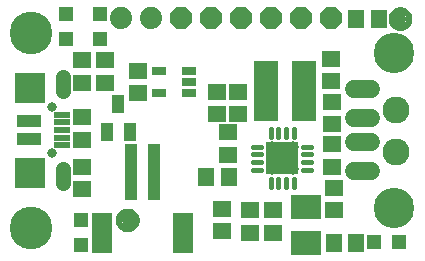
<source format=gbr>
G04 EAGLE Gerber RS-274X export*
G75*
%MOMM*%
%FSLAX34Y34*%
%LPD*%
%INSoldermask Top*%
%IPPOS*%
%AMOC8*
5,1,8,0,0,1.08239X$1,22.5*%
G01*
%ADD10R,2.801600X2.801600*%
%ADD11C,0.451600*%
%ADD12C,1.009600*%
%ADD13R,2.101600X5.101600*%
%ADD14R,1.601600X1.401600*%
%ADD15R,1.101600X4.701600*%
%ADD16R,1.701600X3.501600*%
%ADD17C,1.101600*%
%ADD18C,0.500000*%
%ADD19C,3.617600*%
%ADD20C,2.286000*%
%ADD21R,1.401600X1.601600*%
%ADD22C,1.559600*%
%ADD23C,3.417600*%
%ADD24R,1.301600X1.301600*%
%ADD25R,2.601600X2.051600*%
%ADD26P,2.034460X8X112.500000*%
%ADD27R,1.101600X1.501600*%
%ADD28R,1.301600X0.651600*%
%ADD29C,0.801600*%
%ADD30R,2.601600X2.601600*%
%ADD31C,1.309600*%
%ADD32R,2.101600X1.101600*%
%ADD33R,1.450000X0.500000*%
%ADD34C,1.879600*%


D10*
X237630Y84280D03*
D11*
X255130Y74530D02*
X262130Y74530D01*
X262130Y81030D02*
X255130Y81030D01*
X255130Y87530D02*
X262130Y87530D01*
X262130Y94030D02*
X255130Y94030D01*
X247380Y101780D02*
X247380Y108780D01*
X240880Y108780D02*
X240880Y101780D01*
X234380Y101780D02*
X234380Y108780D01*
X227880Y108780D02*
X227880Y101780D01*
X220130Y94030D02*
X213130Y94030D01*
X213130Y87530D02*
X220130Y87530D01*
X220130Y81030D02*
X213130Y81030D01*
X213130Y74530D02*
X220130Y74530D01*
X227880Y66780D02*
X227880Y59780D01*
X234380Y59780D02*
X234380Y66780D01*
X240880Y66780D02*
X240880Y59780D01*
X247380Y59780D02*
X247380Y66780D01*
D12*
X237630Y84280D03*
X246630Y75280D03*
X228630Y75280D03*
X228630Y93280D03*
X246630Y93280D03*
D13*
X224210Y141260D03*
X256210Y141260D03*
D14*
X182880Y140310D03*
X182880Y121310D03*
D15*
X129380Y72560D03*
X109380Y72560D03*
D16*
X153380Y20560D03*
X85380Y20560D03*
D14*
X281940Y59030D03*
X281940Y40030D03*
D17*
X106910Y31510D03*
D18*
X106910Y39010D02*
X106729Y39008D01*
X106548Y39001D01*
X106367Y38990D01*
X106186Y38975D01*
X106006Y38955D01*
X105826Y38931D01*
X105647Y38903D01*
X105469Y38870D01*
X105292Y38833D01*
X105115Y38792D01*
X104940Y38747D01*
X104765Y38697D01*
X104592Y38643D01*
X104421Y38585D01*
X104250Y38523D01*
X104082Y38456D01*
X103915Y38386D01*
X103749Y38312D01*
X103586Y38233D01*
X103425Y38151D01*
X103265Y38065D01*
X103108Y37975D01*
X102953Y37881D01*
X102800Y37784D01*
X102650Y37682D01*
X102502Y37578D01*
X102356Y37469D01*
X102214Y37358D01*
X102074Y37242D01*
X101937Y37124D01*
X101802Y37002D01*
X101671Y36877D01*
X101543Y36749D01*
X101418Y36618D01*
X101296Y36483D01*
X101178Y36346D01*
X101062Y36206D01*
X100951Y36064D01*
X100842Y35918D01*
X100738Y35770D01*
X100636Y35620D01*
X100539Y35467D01*
X100445Y35312D01*
X100355Y35155D01*
X100269Y34995D01*
X100187Y34834D01*
X100108Y34671D01*
X100034Y34505D01*
X99964Y34338D01*
X99897Y34170D01*
X99835Y33999D01*
X99777Y33828D01*
X99723Y33655D01*
X99673Y33480D01*
X99628Y33305D01*
X99587Y33128D01*
X99550Y32951D01*
X99517Y32773D01*
X99489Y32594D01*
X99465Y32414D01*
X99445Y32234D01*
X99430Y32053D01*
X99419Y31872D01*
X99412Y31691D01*
X99410Y31510D01*
X106910Y39010D02*
X107091Y39008D01*
X107272Y39001D01*
X107453Y38990D01*
X107634Y38975D01*
X107814Y38955D01*
X107994Y38931D01*
X108173Y38903D01*
X108351Y38870D01*
X108528Y38833D01*
X108705Y38792D01*
X108880Y38747D01*
X109055Y38697D01*
X109228Y38643D01*
X109399Y38585D01*
X109570Y38523D01*
X109738Y38456D01*
X109905Y38386D01*
X110071Y38312D01*
X110234Y38233D01*
X110395Y38151D01*
X110555Y38065D01*
X110712Y37975D01*
X110867Y37881D01*
X111020Y37784D01*
X111170Y37682D01*
X111318Y37578D01*
X111464Y37469D01*
X111606Y37358D01*
X111746Y37242D01*
X111883Y37124D01*
X112018Y37002D01*
X112149Y36877D01*
X112277Y36749D01*
X112402Y36618D01*
X112524Y36483D01*
X112642Y36346D01*
X112758Y36206D01*
X112869Y36064D01*
X112978Y35918D01*
X113082Y35770D01*
X113184Y35620D01*
X113281Y35467D01*
X113375Y35312D01*
X113465Y35155D01*
X113551Y34995D01*
X113633Y34834D01*
X113712Y34671D01*
X113786Y34505D01*
X113856Y34338D01*
X113923Y34170D01*
X113985Y33999D01*
X114043Y33828D01*
X114097Y33655D01*
X114147Y33480D01*
X114192Y33305D01*
X114233Y33128D01*
X114270Y32951D01*
X114303Y32773D01*
X114331Y32594D01*
X114355Y32414D01*
X114375Y32234D01*
X114390Y32053D01*
X114401Y31872D01*
X114408Y31691D01*
X114410Y31510D01*
X114408Y31329D01*
X114401Y31148D01*
X114390Y30967D01*
X114375Y30786D01*
X114355Y30606D01*
X114331Y30426D01*
X114303Y30247D01*
X114270Y30069D01*
X114233Y29892D01*
X114192Y29715D01*
X114147Y29540D01*
X114097Y29365D01*
X114043Y29192D01*
X113985Y29021D01*
X113923Y28850D01*
X113856Y28682D01*
X113786Y28515D01*
X113712Y28349D01*
X113633Y28186D01*
X113551Y28025D01*
X113465Y27865D01*
X113375Y27708D01*
X113281Y27553D01*
X113184Y27400D01*
X113082Y27250D01*
X112978Y27102D01*
X112869Y26956D01*
X112758Y26814D01*
X112642Y26674D01*
X112524Y26537D01*
X112402Y26402D01*
X112277Y26271D01*
X112149Y26143D01*
X112018Y26018D01*
X111883Y25896D01*
X111746Y25778D01*
X111606Y25662D01*
X111464Y25551D01*
X111318Y25442D01*
X111170Y25338D01*
X111020Y25236D01*
X110867Y25139D01*
X110712Y25045D01*
X110555Y24955D01*
X110395Y24869D01*
X110234Y24787D01*
X110071Y24708D01*
X109905Y24634D01*
X109738Y24564D01*
X109570Y24497D01*
X109399Y24435D01*
X109228Y24377D01*
X109055Y24323D01*
X108880Y24273D01*
X108705Y24228D01*
X108528Y24187D01*
X108351Y24150D01*
X108173Y24117D01*
X107994Y24089D01*
X107814Y24065D01*
X107634Y24045D01*
X107453Y24030D01*
X107272Y24019D01*
X107091Y24012D01*
X106910Y24010D01*
X106729Y24012D01*
X106548Y24019D01*
X106367Y24030D01*
X106186Y24045D01*
X106006Y24065D01*
X105826Y24089D01*
X105647Y24117D01*
X105469Y24150D01*
X105292Y24187D01*
X105115Y24228D01*
X104940Y24273D01*
X104765Y24323D01*
X104592Y24377D01*
X104421Y24435D01*
X104250Y24497D01*
X104082Y24564D01*
X103915Y24634D01*
X103749Y24708D01*
X103586Y24787D01*
X103425Y24869D01*
X103265Y24955D01*
X103108Y25045D01*
X102953Y25139D01*
X102800Y25236D01*
X102650Y25338D01*
X102502Y25442D01*
X102356Y25551D01*
X102214Y25662D01*
X102074Y25778D01*
X101937Y25896D01*
X101802Y26018D01*
X101671Y26143D01*
X101543Y26271D01*
X101418Y26402D01*
X101296Y26537D01*
X101178Y26674D01*
X101062Y26814D01*
X100951Y26956D01*
X100842Y27102D01*
X100738Y27250D01*
X100636Y27400D01*
X100539Y27553D01*
X100445Y27708D01*
X100355Y27865D01*
X100269Y28025D01*
X100187Y28186D01*
X100108Y28349D01*
X100034Y28515D01*
X99964Y28682D01*
X99897Y28850D01*
X99835Y29021D01*
X99777Y29192D01*
X99723Y29365D01*
X99673Y29540D01*
X99628Y29715D01*
X99587Y29892D01*
X99550Y30069D01*
X99517Y30247D01*
X99489Y30426D01*
X99465Y30606D01*
X99445Y30786D01*
X99430Y30967D01*
X99419Y31148D01*
X99412Y31329D01*
X99410Y31510D01*
D19*
X25400Y190500D03*
X25400Y25400D03*
D20*
X334010Y124680D03*
X334010Y89680D03*
D14*
X279900Y95870D03*
X279900Y76870D03*
X279720Y113030D03*
X279720Y132030D03*
D21*
X319380Y201930D03*
X300380Y201930D03*
D14*
X279400Y168250D03*
X279400Y149250D03*
D22*
X298350Y97950D02*
X312930Y97950D01*
X312930Y117950D02*
X298350Y117950D01*
X298350Y72950D02*
X312930Y72950D01*
X312930Y142950D02*
X298350Y142950D01*
D23*
X332740Y42250D03*
X332740Y173650D03*
D24*
X315210Y13650D03*
X336210Y13650D03*
D21*
X300330Y12700D03*
X281330Y12700D03*
D14*
X186360Y22240D03*
X186360Y41240D03*
X200660Y140310D03*
X200660Y121310D03*
X229870Y39980D03*
X229870Y20980D03*
X210820Y39980D03*
X210820Y20980D03*
X191770Y106020D03*
X191770Y87020D03*
D21*
X192380Y68580D03*
X173380Y68580D03*
D25*
X257810Y43190D03*
X257810Y12690D03*
D26*
X152400Y203200D03*
X177800Y203200D03*
X203200Y203200D03*
X228600Y203200D03*
X254000Y203200D03*
X279400Y203200D03*
D24*
X67310Y11090D03*
X67310Y32090D03*
D14*
X68580Y57810D03*
X68580Y76810D03*
D27*
X99060Y130110D03*
X108560Y106110D03*
X89560Y106110D03*
D17*
X337820Y201930D03*
D18*
X337820Y209430D02*
X337639Y209428D01*
X337458Y209421D01*
X337277Y209410D01*
X337096Y209395D01*
X336916Y209375D01*
X336736Y209351D01*
X336557Y209323D01*
X336379Y209290D01*
X336202Y209253D01*
X336025Y209212D01*
X335850Y209167D01*
X335675Y209117D01*
X335502Y209063D01*
X335331Y209005D01*
X335160Y208943D01*
X334992Y208876D01*
X334825Y208806D01*
X334659Y208732D01*
X334496Y208653D01*
X334335Y208571D01*
X334175Y208485D01*
X334018Y208395D01*
X333863Y208301D01*
X333710Y208204D01*
X333560Y208102D01*
X333412Y207998D01*
X333266Y207889D01*
X333124Y207778D01*
X332984Y207662D01*
X332847Y207544D01*
X332712Y207422D01*
X332581Y207297D01*
X332453Y207169D01*
X332328Y207038D01*
X332206Y206903D01*
X332088Y206766D01*
X331972Y206626D01*
X331861Y206484D01*
X331752Y206338D01*
X331648Y206190D01*
X331546Y206040D01*
X331449Y205887D01*
X331355Y205732D01*
X331265Y205575D01*
X331179Y205415D01*
X331097Y205254D01*
X331018Y205091D01*
X330944Y204925D01*
X330874Y204758D01*
X330807Y204590D01*
X330745Y204419D01*
X330687Y204248D01*
X330633Y204075D01*
X330583Y203900D01*
X330538Y203725D01*
X330497Y203548D01*
X330460Y203371D01*
X330427Y203193D01*
X330399Y203014D01*
X330375Y202834D01*
X330355Y202654D01*
X330340Y202473D01*
X330329Y202292D01*
X330322Y202111D01*
X330320Y201930D01*
X337820Y209430D02*
X338001Y209428D01*
X338182Y209421D01*
X338363Y209410D01*
X338544Y209395D01*
X338724Y209375D01*
X338904Y209351D01*
X339083Y209323D01*
X339261Y209290D01*
X339438Y209253D01*
X339615Y209212D01*
X339790Y209167D01*
X339965Y209117D01*
X340138Y209063D01*
X340309Y209005D01*
X340480Y208943D01*
X340648Y208876D01*
X340815Y208806D01*
X340981Y208732D01*
X341144Y208653D01*
X341305Y208571D01*
X341465Y208485D01*
X341622Y208395D01*
X341777Y208301D01*
X341930Y208204D01*
X342080Y208102D01*
X342228Y207998D01*
X342374Y207889D01*
X342516Y207778D01*
X342656Y207662D01*
X342793Y207544D01*
X342928Y207422D01*
X343059Y207297D01*
X343187Y207169D01*
X343312Y207038D01*
X343434Y206903D01*
X343552Y206766D01*
X343668Y206626D01*
X343779Y206484D01*
X343888Y206338D01*
X343992Y206190D01*
X344094Y206040D01*
X344191Y205887D01*
X344285Y205732D01*
X344375Y205575D01*
X344461Y205415D01*
X344543Y205254D01*
X344622Y205091D01*
X344696Y204925D01*
X344766Y204758D01*
X344833Y204590D01*
X344895Y204419D01*
X344953Y204248D01*
X345007Y204075D01*
X345057Y203900D01*
X345102Y203725D01*
X345143Y203548D01*
X345180Y203371D01*
X345213Y203193D01*
X345241Y203014D01*
X345265Y202834D01*
X345285Y202654D01*
X345300Y202473D01*
X345311Y202292D01*
X345318Y202111D01*
X345320Y201930D01*
X345318Y201749D01*
X345311Y201568D01*
X345300Y201387D01*
X345285Y201206D01*
X345265Y201026D01*
X345241Y200846D01*
X345213Y200667D01*
X345180Y200489D01*
X345143Y200312D01*
X345102Y200135D01*
X345057Y199960D01*
X345007Y199785D01*
X344953Y199612D01*
X344895Y199441D01*
X344833Y199270D01*
X344766Y199102D01*
X344696Y198935D01*
X344622Y198769D01*
X344543Y198606D01*
X344461Y198445D01*
X344375Y198285D01*
X344285Y198128D01*
X344191Y197973D01*
X344094Y197820D01*
X343992Y197670D01*
X343888Y197522D01*
X343779Y197376D01*
X343668Y197234D01*
X343552Y197094D01*
X343434Y196957D01*
X343312Y196822D01*
X343187Y196691D01*
X343059Y196563D01*
X342928Y196438D01*
X342793Y196316D01*
X342656Y196198D01*
X342516Y196082D01*
X342374Y195971D01*
X342228Y195862D01*
X342080Y195758D01*
X341930Y195656D01*
X341777Y195559D01*
X341622Y195465D01*
X341465Y195375D01*
X341305Y195289D01*
X341144Y195207D01*
X340981Y195128D01*
X340815Y195054D01*
X340648Y194984D01*
X340480Y194917D01*
X340309Y194855D01*
X340138Y194797D01*
X339965Y194743D01*
X339790Y194693D01*
X339615Y194648D01*
X339438Y194607D01*
X339261Y194570D01*
X339083Y194537D01*
X338904Y194509D01*
X338724Y194485D01*
X338544Y194465D01*
X338363Y194450D01*
X338182Y194439D01*
X338001Y194432D01*
X337820Y194430D01*
X337639Y194432D01*
X337458Y194439D01*
X337277Y194450D01*
X337096Y194465D01*
X336916Y194485D01*
X336736Y194509D01*
X336557Y194537D01*
X336379Y194570D01*
X336202Y194607D01*
X336025Y194648D01*
X335850Y194693D01*
X335675Y194743D01*
X335502Y194797D01*
X335331Y194855D01*
X335160Y194917D01*
X334992Y194984D01*
X334825Y195054D01*
X334659Y195128D01*
X334496Y195207D01*
X334335Y195289D01*
X334175Y195375D01*
X334018Y195465D01*
X333863Y195559D01*
X333710Y195656D01*
X333560Y195758D01*
X333412Y195862D01*
X333266Y195971D01*
X333124Y196082D01*
X332984Y196198D01*
X332847Y196316D01*
X332712Y196438D01*
X332581Y196563D01*
X332453Y196691D01*
X332328Y196822D01*
X332206Y196957D01*
X332088Y197094D01*
X331972Y197234D01*
X331861Y197376D01*
X331752Y197522D01*
X331648Y197670D01*
X331546Y197820D01*
X331449Y197973D01*
X331355Y198128D01*
X331265Y198285D01*
X331179Y198445D01*
X331097Y198606D01*
X331018Y198769D01*
X330944Y198935D01*
X330874Y199102D01*
X330807Y199270D01*
X330745Y199441D01*
X330687Y199612D01*
X330633Y199785D01*
X330583Y199960D01*
X330538Y200135D01*
X330497Y200312D01*
X330460Y200489D01*
X330427Y200667D01*
X330399Y200846D01*
X330375Y201026D01*
X330355Y201206D01*
X330340Y201387D01*
X330329Y201568D01*
X330322Y201749D01*
X330320Y201930D01*
D28*
X159051Y139090D03*
X159051Y148590D03*
X159051Y158090D03*
X133049Y158090D03*
X133049Y139090D03*
D24*
X83820Y185080D03*
X83820Y206080D03*
X54610Y206080D03*
X54610Y185080D03*
D14*
X87630Y166980D03*
X87630Y147980D03*
X68580Y166980D03*
X68580Y147980D03*
X68580Y118720D03*
X68580Y99720D03*
X115570Y139090D03*
X115570Y158090D03*
D29*
X43180Y127450D03*
X43180Y88450D03*
D30*
X24180Y71950D03*
X24180Y143950D03*
D31*
X52180Y140950D02*
X52180Y153030D01*
X52180Y74950D02*
X52180Y62870D01*
D32*
X23180Y115450D03*
X23180Y100450D03*
D33*
X50930Y120950D03*
X50930Y114450D03*
X50930Y107950D03*
X50930Y101450D03*
X50930Y94950D03*
D34*
X101600Y203200D03*
X127000Y203200D03*
M02*

</source>
